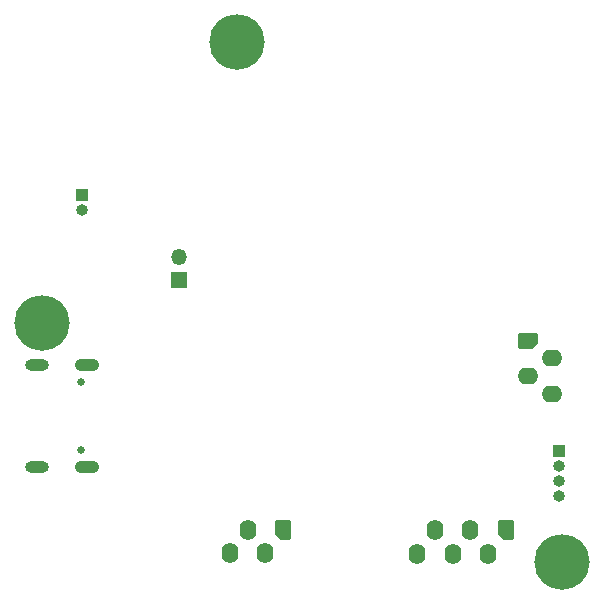
<source format=gbr>
%TF.GenerationSoftware,KiCad,Pcbnew,6.0.11+dfsg-1*%
%TF.CreationDate,2023-11-18T19:10:20+05:30*%
%TF.ProjectId,c3rl-at-r-beta-2,6333726c-2d61-4742-9d72-2d626574612d,rev?*%
%TF.SameCoordinates,Original*%
%TF.FileFunction,Soldermask,Bot*%
%TF.FilePolarity,Negative*%
%FSLAX46Y46*%
G04 Gerber Fmt 4.6, Leading zero omitted, Abs format (unit mm)*
G04 Created by KiCad (PCBNEW 6.0.11+dfsg-1) date 2023-11-18 19:10:20*
%MOMM*%
%LPD*%
G01*
G04 APERTURE LIST*
G04 Aperture macros list*
%AMFreePoly0*
4,1,22,0.145671,0.855970,0.226777,0.801777,0.626777,0.401777,0.680970,0.320671,0.700000,0.225000,0.700000,-0.625000,0.680970,-0.720671,0.626777,-0.801777,0.545671,-0.855970,0.450000,-0.875000,-0.450000,-0.875000,-0.545671,-0.855970,-0.626777,-0.801777,-0.680970,-0.720671,-0.700000,-0.625000,-0.700000,0.625000,-0.680970,0.720671,-0.626777,0.801777,-0.545671,0.855970,-0.450000,0.875000,
0.050000,0.875000,0.145671,0.855970,0.145671,0.855970,$1*%
G04 Aperture macros list end*
%ADD10FreePoly0,270.000000*%
%ADD11O,1.750000X1.400000*%
%ADD12R,1.350000X1.350000*%
%ADD13O,1.350000X1.350000*%
%ADD14R,1.000000X1.000000*%
%ADD15O,1.000000X1.000000*%
%ADD16FreePoly0,180.000000*%
%ADD17O,1.400000X1.750000*%
%ADD18C,0.001000*%
%ADD19C,4.700000*%
%ADD20C,0.650000*%
%ADD21O,2.100000X1.050000*%
%ADD22O,2.000000X1.000000*%
G04 APERTURE END LIST*
D10*
%TO.C,J3*%
X117175000Y-103250000D03*
D11*
X119175000Y-104750000D03*
X117175000Y-106250000D03*
X119175000Y-107750000D03*
%TD*%
D12*
%TO.C,J11*%
X87600000Y-98150000D03*
D13*
X87600000Y-96150000D03*
%TD*%
D14*
%TO.C,J9*%
X119750000Y-112550000D03*
D15*
X119750000Y-113820000D03*
X119750000Y-115090000D03*
X119750000Y-116360000D03*
%TD*%
D16*
%TO.C,J2*%
X96400000Y-119250000D03*
D17*
X94900000Y-121250000D03*
X93400000Y-119250000D03*
X91900000Y-121250000D03*
%TD*%
D16*
%TO.C,J4*%
X115250000Y-119275000D03*
D17*
X113750000Y-121275000D03*
X112250000Y-119275000D03*
X110750000Y-121275000D03*
X109250000Y-119275000D03*
X107750000Y-121275000D03*
%TD*%
D18*
%TO.C,J7*%
X117750000Y-87950000D03*
X117750000Y-95930000D03*
%TD*%
D19*
%TO.C,REF\u002A\u002A*%
X119978700Y-121978700D03*
%TD*%
D14*
%TO.C,J5*%
X79400000Y-90950000D03*
D15*
X79400000Y-92220000D03*
%TD*%
D20*
%TO.C,J1*%
X79280000Y-112520000D03*
X79280000Y-106740000D03*
D21*
X79780000Y-105310000D03*
D22*
X75600000Y-105310000D03*
X75600000Y-113950000D03*
D21*
X79780000Y-113950000D03*
%TD*%
D19*
%TO.C,REF\u002A\u002A*%
X76000000Y-101750000D03*
%TD*%
%TO.C,REF\u002A\u002A*%
X92500000Y-78000000D03*
%TD*%
M02*

</source>
